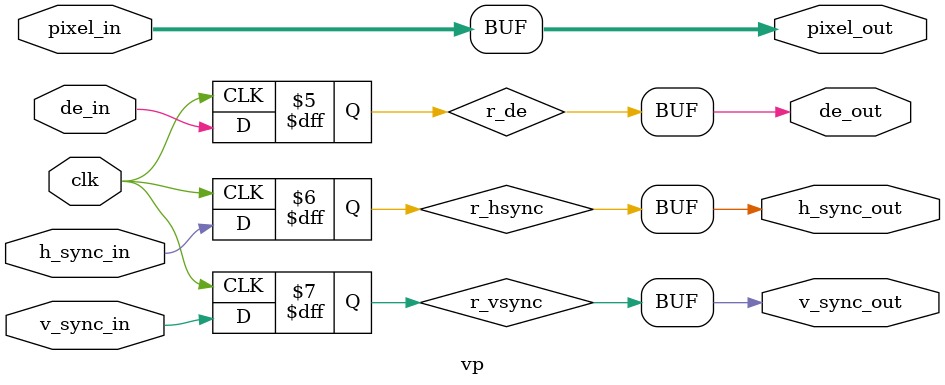
<source format=v>
`timescale 1ns / 1ps

module vp(
    input clk, 
    input de_in, 
    input h_sync_in, 
    input v_sync_in, 
    input [23:0] pixel_in,
    
    output de_out, 
    output h_sync_out, 
    output v_sync_out, 
    output [23:0] pixel_out
    );
    
    reg r_de = 0;
    reg r_hsync = 0;
    reg r_vsync = 0;
    
    always @(posedge clk)
    begin
        r_de <= de_in;
        r_hsync <= h_sync_in;
        r_vsync <= v_sync_in;
    end
    
    assign de_out = r_de;
    assign h_sync_out = r_hsync;
    assign v_sync_out = r_vsync;
    
    assign pixel_out = pixel_in;
endmodule

</source>
